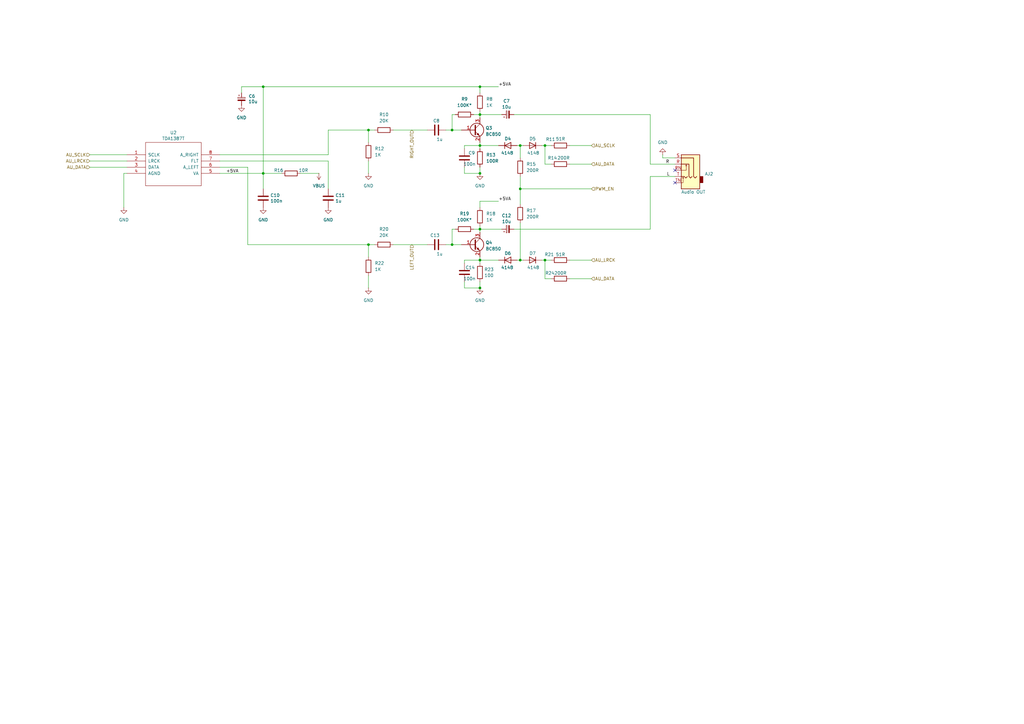
<source format=kicad_sch>
(kicad_sch (version 20231120) (generator "eeschema") (generator_version "8.0")
  (paper "A3")
  (title_block (title "Valera") (date "2025-01-08") (rev "1.0") (company "Mikhail Matveev") (comment 1 "https://github.com/xtremespb/valera"))
  (lib_symbols
    (symbol "Connector_Audio:AudioJack3_SwitchTR"
      (property "Reference" "J" (at 0 8.89 0))
      (property "Value" "AudioJack3_SwitchTR" (at 0 6.35 0))
      (symbol "AudioJack3_SwitchTR_0_1"
        (rectangle (start -5.08 -5.08) (end -6.35 -7.62) (stroke (width 0.254)) (fill (type outline)))
        (polyline (pts (xy 0.508 -0.254) (xy 0.762 -0.762)))
        (polyline (pts (xy 1.778 -5.334) (xy 2.032 -5.842)))
        (polyline (pts (xy 0 -5.08) (xy 0.635 -5.715) (xy 1.27 -5.08) (xy 2.54 -5.08)) (stroke (width 0.254)))
        (polyline (pts (xy 2.54 -7.62) (xy 1.778 -7.62) (xy 1.778 -5.334) (xy 1.524 -5.842)))
        (polyline (pts (xy 2.54 -2.54) (xy 0.508 -2.54) (xy 0.508 -0.254) (xy 0.254 -0.762)))
        (polyline (pts (xy -1.905 -5.08) (xy -1.27 -5.715) (xy -0.635 -5.08) (xy -0.635 0) (xy 2.54 0)) (stroke (width 0.254)))
        (polyline (pts (xy 2.54 2.54) (xy -2.54 2.54) (xy -2.54 -5.08) (xy -3.175 -5.715) (xy -3.81 -5.08)) (stroke (width 0.254)))
        (rectangle (start 2.54 3.81) (end -5.08 -10.16) (stroke (width 0.254)) (fill (type background)))
      )
      (symbol "AudioJack3_SwitchTR_1_1"
        (pin passive line (at 5.08 0 180) (length 2.54) (name "~") (number "R"))
        (pin passive line (at 5.08 -2.54 180) (length 2.54) (name "~") (number "RN"))
        (pin passive line (at 5.08 2.54 180) (length 2.54) (name "~") (number "S"))
        (pin passive line (at 5.08 -5.08 180) (length 2.54) (name "~") (number "T"))
        (pin passive line (at 5.08 -7.62 180) (length 2.54) (name "~") (number "TN"))
      )
    )
    (symbol "D_1" (pin_numbers hide) (pin_names (offset 1.016) hide)
      (property "Reference" "D" (at 0 2.54 0))
      (property "Value" "D" (at 0 -2.54 0))
      (symbol "D_1_0_1"
        (polyline (pts (xy -1.27 1.27) (xy -1.27 -1.27)) (stroke (width 0.254)))
        (polyline (pts (xy 1.27 0) (xy -1.27 0)))
        (polyline (pts (xy 1.27 1.27) (xy 1.27 -1.27) (xy -1.27 0) (xy 1.27 1.27)) (stroke (width 0.254)))
      )
      (symbol "D_1_1_1"
        (pin passive line (at -3.81 0 0) (length 2.54) (name "K") (number "1"))
        (pin passive line (at 3.81 0 180) (length 2.54) (name "A") (number "2"))
      )
    )
    (symbol "D_2" (pin_numbers hide) (pin_names (offset 1.016) hide)
      (property "Reference" "D" (at 0 2.54 0))
      (property "Value" "D" (at 0 -2.54 0))
      (symbol "D_2_0_1"
        (polyline (pts (xy -1.27 1.27) (xy -1.27 -1.27)) (stroke (width 0.254)))
        (polyline (pts (xy 1.27 0) (xy -1.27 0)))
        (polyline (pts (xy 1.27 1.27) (xy 1.27 -1.27) (xy -1.27 0) (xy 1.27 1.27)) (stroke (width 0.254)))
      )
      (symbol "D_2_1_1"
        (pin passive line (at -3.81 0 0) (length 2.54) (name "K") (number "1"))
        (pin passive line (at 3.81 0 180) (length 2.54) (name "A") (number "2"))
      )
    )
    (symbol "D_3" (pin_numbers hide) (pin_names (offset 1.016) hide)
      (property "Reference" "D" (at 0 2.54 0))
      (property "Value" "D" (at 0 -2.54 0))
      (symbol "D_3_0_1"
        (polyline (pts (xy -1.27 1.27) (xy -1.27 -1.27)) (stroke (width 0.254)))
        (polyline (pts (xy 1.27 0) (xy -1.27 0)))
        (polyline (pts (xy 1.27 1.27) (xy 1.27 -1.27) (xy -1.27 0) (xy 1.27 1.27)) (stroke (width 0.254)))
      )
      (symbol "D_3_1_1"
        (pin passive line (at -3.81 0 0) (length 2.54) (name "K") (number "1"))
        (pin passive line (at 3.81 0 180) (length 2.54) (name "A") (number "2"))
      )
    )
    (symbol "Device:C" (pin_numbers hide) (pin_names (offset 0.254))
      (property "Reference" "C" (at 0.635 2.54 0))
      (property "Value" "C" (at 0.635 -2.54 0))
      (symbol "C_0_1"
        (polyline (pts (xy -2.032 -0.762) (xy 2.032 -0.762)) (stroke (width 0.508)))
        (polyline (pts (xy -2.032 0.762) (xy 2.032 0.762)) (stroke (width 0.508)))
      )
      (symbol "C_1_1"
        (pin passive line (at 0 3.81 270) (length 2.794) (name "~") (number "1"))
        (pin passive line (at 0 -3.81 90) (length 2.794) (name "~") (number "2"))
      )
    )
    (symbol "Device:C_Polarized_Small" (pin_numbers hide) (pin_names (offset 0.254) hide)
      (property "Reference" "C" (at 0.254 1.778 0))
      (property "Value" "C_Polarized_Small" (at 0.254 -2.032 0))
      (symbol "C_Polarized_Small_0_1"
        (rectangle (start -1.524 -0.3048) (end 1.524 -0.6858) (fill (type outline)))
        (rectangle (start -1.524 0.6858) (end 1.524 0.3048))
        (polyline (pts (xy -1.27 1.524) (xy -0.762 1.524)))
        (polyline (pts (xy -1.016 1.27) (xy -1.016 1.778)))
      )
      (symbol "C_Polarized_Small_1_1"
        (pin passive line (at 0 2.54 270) (length 1.8542) (name "~") (number "1"))
        (pin passive line (at 0 -2.54 90) (length 1.8542) (name "~") (number "2"))
      )
    )
    (symbol "Device:D" (pin_numbers hide) (pin_names (offset 1.016) hide)
      (property "Reference" "D" (at 0 2.54 0))
      (property "Value" "D" (at 0 -2.54 0))
      (symbol "D_0_1"
        (polyline (pts (xy -1.27 1.27) (xy -1.27 -1.27)) (stroke (width 0.254)))
        (polyline (pts (xy 1.27 0) (xy -1.27 0)))
        (polyline (pts (xy 1.27 1.27) (xy 1.27 -1.27) (xy -1.27 0) (xy 1.27 1.27)) (stroke (width 0.254)))
      )
      (symbol "D_1_1"
        (pin passive line (at -3.81 0 0) (length 2.54) (name "K") (number "1"))
        (pin passive line (at 3.81 0 180) (length 2.54) (name "A") (number "2"))
      )
    )
    (symbol "Device:R" (pin_numbers hide) (pin_names (offset 0))
      (property "Reference" "R" (at 2.032 0 90))
      (property "Value" "R" (at 0 0 90))
      (symbol "R_0_1"
        (rectangle (start -1.016 -2.54) (end 1.016 2.54) (stroke (width 0.254)))
      )
      (symbol "R_1_1"
        (pin passive line (at 0 3.81 270) (length 1.27) (name "~") (number "1"))
        (pin passive line (at 0 -3.81 90) (length 1.27) (name "~") (number "2"))
      )
    )
    (symbol "GND_1" (power) (pin_numbers hide) (pin_names (offset 0) hide)
      (property "Value" "GND" (at 0 -3.81 0))
      (symbol "GND_1_0_1"
        (polyline (pts (xy 0 0) (xy 0 -1.27) (xy 1.27 -1.27) (xy 0 -2.54) (xy -1.27 -1.27) (xy 0 -1.27)))
      )
      (symbol "GND_1_1_1"
        (pin power_in line (at 0 0 270) (length 0) (name "~") (number "1"))
      )
    )
    (symbol "GND_2" (power) (pin_numbers hide) (pin_names (offset 0) hide)
      (property "Value" "GND" (at 0 -3.81 0))
      (symbol "GND_2_0_1"
        (polyline (pts (xy 0 0) (xy 0 -1.27) (xy 1.27 -1.27) (xy 0 -2.54) (xy -1.27 -1.27) (xy 0 -1.27)))
      )
      (symbol "GND_2_1_1"
        (pin power_in line (at 0 0 270) (length 0) (name "~") (number "1"))
      )
    )
    (symbol "TDA1387T:TDA1387T" (pin_names (offset 1.016))
      (property "Reference" "U" (at 0 -2.54 0))
      (property "Value" "TDA1387T" (at 0 2.54 0))
      (symbol "TDA1387T_1_0"
        (rectangle (start -11.43 -8.89) (end 11.43 8.89))
      )
      (symbol "TDA1387T_1_1"
        (pin input line (at -19.05 3.81 0) (length 7.62) (name "SCLK") (number "1"))
        (pin input line (at -19.05 1.27 0) (length 7.62) (name "LRCK") (number "2"))
        (pin input line (at -19.05 -1.27 0) (length 7.62) (name "DATA") (number "3"))
        (pin input line (at -19.05 -3.81 0) (length 7.62) (name "AGND") (number "4"))
        (pin input line (at 19.05 -3.81 180) (length 7.62) (name "VA") (number "5"))
        (pin input line (at 19.05 -1.27 180) (length 7.62) (name "A_LEFT") (number "6"))
        (pin input line (at 19.05 1.27 180) (length 7.62) (name "FLT") (number "7"))
        (pin input line (at 19.05 3.81 180) (length 7.62) (name "A_RIGHT") (number "8"))
      )
    )
    (symbol "Transistor_BJT:BC850" (pin_names (offset 0) hide)
      (property "Reference" "Q" (at 5.08 1.905 0))
      (property "Value" "BC850" (at 5.08 0 0))
      (symbol "BC850_0_1"
        (polyline (pts (xy 0.635 0.635) (xy 2.54 2.54)))
        (polyline (pts (xy 0.635 -0.635) (xy 2.54 -2.54) (xy 2.54 -2.54)))
        (polyline (pts (xy 0.635 1.905) (xy 0.635 -1.905) (xy 0.635 -1.905)) (stroke (width 0.508)))
        (polyline (pts (xy 1.27 -1.778) (xy 1.778 -1.27) (xy 2.286 -2.286) (xy 1.27 -1.778) (xy 1.27 -1.778)) (fill (type outline)))
        (circle (center 1.27 0) (radius 2.8194) (stroke (width 0.254)))
      )
      (symbol "BC850_1_1"
        (pin input line (at -5.08 0 0) (length 5.715) (name "B") (number "1"))
        (pin passive line (at 2.54 -5.08 90) (length 2.54) (name "E") (number "2"))
        (pin passive line (at 2.54 5.08 270) (length 2.54) (name "C") (number "3"))
      )
    )
    (symbol "power:VBUS" (power) (pin_numbers hide) (pin_names (offset 0) hide)
      (property "Value" "VBUS" (at 0 3.556 0))
      (symbol "VBUS_0_1"
        (polyline (pts (xy -0.762 1.27) (xy 0 2.54)))
        (polyline (pts (xy 0 0) (xy 0 2.54)))
        (polyline (pts (xy 0 2.54) (xy 0.762 1.27)))
      )
      (symbol "VBUS_1_1"
        (pin power_in line (at 0 0 90) (length 0) (name "~") (number "1"))
      )
    )
  )
  (junction (at 213.36 59.69))
  (junction (at 196.85 59.69))
  (junction (at 213.36 106.68))
  (junction (at 223.52 106.68))
  (junction (at 151.13 53.34))
  (junction (at 196.85 46.99))
  (junction (at 151.13 100.33))
  (junction (at 196.85 106.68))
  (junction (at 223.52 59.69))
  (junction (at 196.85 93.98))
  (junction (at 107.95 35.56))
  (junction (at 196.85 35.56))
  (junction (at 185.42 100.33))
  (junction (at 107.95 71.12))
  (junction (at 213.36 77.47))
  (junction (at 196.85 118.11))
  (junction (at 196.85 71.12))
  (junction (at 185.42 53.34))
  (no_connect (at 276.86 74.93))
  (no_connect (at 276.86 69.85))
  (wire (pts (xy 210.82 46.99) (xy 266.7 46.99)))
  (wire (pts (xy 196.85 59.69) (xy 196.85 58.42)))
  (wire (pts (xy 196.85 93.98) (xy 196.85 95.25)))
  (wire (pts (xy 226.06 114.3) (xy 223.52 114.3)))
  (wire (pts (xy 196.85 46.99) (xy 205.74 46.99)))
  (wire (pts (xy 182.88 100.33) (xy 185.42 100.33)))
  (wire (pts (xy 50.8 71.12) (xy 50.8 85.09)))
  (wire (pts (xy 266.7 93.98) (xy 266.7 72.39)))
  (wire (pts (xy 196.85 82.55) (xy 204.47 82.55)))
  (wire (pts (xy 151.13 100.33) (xy 153.67 100.33)))
  (wire (pts (xy 36.83 68.58) (xy 52.07 68.58)))
  (wire (pts (xy 182.88 53.34) (xy 185.42 53.34)))
  (wire (pts (xy 190.5 106.68) (xy 196.85 106.68)))
  (wire (pts (xy 101.6 100.33) (xy 101.6 68.58)))
  (wire (pts (xy 213.36 77.47) (xy 213.36 83.82)))
  (wire (pts (xy 212.09 106.68) (xy 213.36 106.68)))
  (wire (pts (xy 214.63 106.68) (xy 213.36 106.68)))
  (wire (pts (xy 196.85 46.99) (xy 196.85 48.26)))
  (wire (pts (xy 107.95 35.56) (xy 107.95 71.12)))
  (wire (pts (xy 233.68 67.31) (xy 242.57 67.31)))
  (wire (pts (xy 222.25 59.69) (xy 223.52 59.69)))
  (wire (pts (xy 222.25 106.68) (xy 223.52 106.68)))
  (wire (pts (xy 50.8 71.12) (xy 52.07 71.12)))
  (wire (pts (xy 233.68 106.68) (xy 242.57 106.68)))
  (wire (pts (xy 151.13 66.04) (xy 151.13 71.12)))
  (wire (pts (xy 223.52 114.3) (xy 223.52 106.68)))
  (wire (pts (xy 214.63 59.69) (xy 213.36 59.69)))
  (wire (pts (xy 36.83 66.04) (xy 52.07 66.04)))
  (wire (pts (xy 185.42 46.99) (xy 185.42 53.34)))
  (wire (pts (xy 107.95 71.12) (xy 107.95 77.47)))
  (wire (pts (xy 161.29 100.33) (xy 175.26 100.33)))
  (wire (pts (xy 223.52 67.31) (xy 223.52 59.69)))
  (wire (pts (xy 213.36 91.44) (xy 213.36 106.68)))
  (wire (pts (xy 151.13 53.34) (xy 151.13 58.42)))
  (wire (pts (xy 276.86 67.31) (xy 266.7 67.31)))
  (wire (pts (xy 186.69 93.98) (xy 185.42 93.98)))
  (wire (pts (xy 161.29 53.34) (xy 175.26 53.34)))
  (wire (pts (xy 196.85 106.68) (xy 196.85 105.41)))
  (wire (pts (xy 233.68 114.3) (xy 242.57 114.3)))
  (wire (pts (xy 194.31 93.98) (xy 196.85 93.98)))
  (wire (pts (xy 266.7 67.31) (xy 266.7 46.99)))
  (wire (pts (xy 185.42 53.34) (xy 189.23 53.34)))
  (wire (pts (xy 196.85 106.68) (xy 196.85 107.95)))
  (wire (pts (xy 107.95 71.12) (xy 115.57 71.12)))
  (wire (pts (xy 196.85 92.71) (xy 196.85 93.98)))
  (wire (pts (xy 223.52 106.68) (xy 226.06 106.68)))
  (wire (pts (xy 276.86 64.77) (xy 271.78 64.77)))
  (wire (pts (xy 212.09 59.69) (xy 213.36 59.69)))
  (wire (pts (xy 134.62 66.04) (xy 134.62 77.47)))
  (wire (pts (xy 185.42 93.98) (xy 185.42 100.33)))
  (wire (pts (xy 101.6 100.33) (xy 151.13 100.33)))
  (wire (pts (xy 90.17 68.58) (xy 101.6 68.58)))
  (wire (pts (xy 190.5 118.11) (xy 196.85 118.11)))
  (wire (pts (xy 213.36 59.69) (xy 213.36 64.77)))
  (wire (pts (xy 194.31 46.99) (xy 196.85 46.99)))
  (wire (pts (xy 226.06 67.31) (xy 223.52 67.31)))
  (wire (pts (xy 196.85 35.56) (xy 107.95 35.56)))
  (wire (pts (xy 151.13 100.33) (xy 151.13 105.41)))
  (wire (pts (xy 134.62 63.5) (xy 134.62 53.34)))
  (wire (pts (xy 190.5 115.57) (xy 190.5 118.11)))
  (wire (pts (xy 213.36 77.47) (xy 242.57 77.47)))
  (wire (pts (xy 266.7 72.39) (xy 276.86 72.39)))
  (wire (pts (xy 151.13 113.03) (xy 151.13 118.11)))
  (wire (pts (xy 190.5 71.12) (xy 196.85 71.12)))
  (wire (pts (xy 185.42 100.33) (xy 189.23 100.33)))
  (wire (pts (xy 204.47 106.68) (xy 196.85 106.68)))
  (wire (pts (xy 99.06 35.56) (xy 107.95 35.56)))
  (wire (pts (xy 190.5 107.95) (xy 190.5 106.68)))
  (wire (pts (xy 90.17 71.12) (xy 107.95 71.12)))
  (wire (pts (xy 190.5 59.69) (xy 196.85 59.69)))
  (wire (pts (xy 186.69 46.99) (xy 185.42 46.99)))
  (wire (pts (xy 90.17 66.04) (xy 134.62 66.04)))
  (wire (pts (xy 196.85 115.57) (xy 196.85 118.11)))
  (wire (pts (xy 36.83 63.5) (xy 52.07 63.5)))
  (wire (pts (xy 204.47 59.69) (xy 196.85 59.69)))
  (wire (pts (xy 196.85 59.69) (xy 196.85 60.96)))
  (wire (pts (xy 196.85 68.58) (xy 196.85 71.12)))
  (wire (pts (xy 123.19 71.12) (xy 130.81 71.12)))
  (wire (pts (xy 151.13 53.34) (xy 153.67 53.34)))
  (wire (pts (xy 196.85 45.72) (xy 196.85 46.99)))
  (wire (pts (xy 271.78 64.77) (xy 271.78 63.5)))
  (wire (pts (xy 190.5 60.96) (xy 190.5 59.69)))
  (wire (pts (xy 196.85 38.1) (xy 196.85 35.56)))
  (wire (pts (xy 190.5 68.58) (xy 190.5 71.12)))
  (wire (pts (xy 134.62 53.34) (xy 151.13 53.34)))
  (wire (pts (xy 196.85 93.98) (xy 205.74 93.98)))
  (wire (pts (xy 90.17 63.5) (xy 134.62 63.5)))
  (wire (pts (xy 210.82 93.98) (xy 266.7 93.98)))
  (wire (pts (xy 213.36 72.39) (xy 213.36 77.47)))
  (wire (pts (xy 223.52 59.69) (xy 226.06 59.69)))
  (wire (pts (xy 99.06 38.1) (xy 99.06 35.56)))
  (wire (pts (xy 233.68 59.69) (xy 242.57 59.69)))
  (wire (pts (xy 196.85 35.56) (xy 204.47 35.56)))
  (wire (pts (xy 196.85 85.09) (xy 196.85 82.55)))
  (label "L" (at 273.4668 72.39 0))
  (label "+5VA" (at 204.47 35.56 0))
  (label "R" (at 273.05 67.31 0))
  (label "+5VA" (at 204.47 82.55 0))
  (label "+5VA" (at 92.71 71.12 0))
  (hierarchical_label "AU_LRCK" (shape input) (at 242.57 106.68 0))
  (hierarchical_label "AU_DATA" (shape input) (at 242.57 114.3 0))
  (hierarchical_label "AU_SCLK" (shape input) (at 36.83 63.5 180))
  (hierarchical_label "AU_DATA" (shape input) (at 242.57 67.31 0))
  (hierarchical_label "AU_LRCK" (shape input) (at 36.83 66.04 180))
  (hierarchical_label "PWM_EN" (shape input) (at 242.57 77.47 0))
  (hierarchical_label "RIGHT_OUT" (shape input) (at 168.91 53.34 270))
  (hierarchical_label "LEFT_OUT" (shape input) (at 168.91 100.33 270))
  (hierarchical_label "AU_SCLK" (shape input) (at 242.57 59.69 0))
  (hierarchical_label "AU_DATA" (shape input) (at 36.83 68.58 180))
  (symbol (lib_name "GND_2") (lib_id "power:GND") (at 196.85 71.12 0) (unit 1)
    (property "Reference" "#PWR021" (effects (hide yes)))
    (property "Value" "GND" (at 196.85 76.2 0))
    (property "Description" "Power symbol creates a global label with name \"GND\" , ground" (effects (hide yes)))
  )
  (symbol (lib_id "Device:R") (at 229.87 106.68 90) (unit 1)
    (property "Reference" "R21" (at 225.298 104.394 90))
    (property "Value" "51R" (at 229.87 104.394 90))
    (property "Footprint" "LIBS:R_0805" (effects (hide yes)))
  )
  (symbol (lib_name "GND_2") (lib_id "power:GND") (at 134.62 85.09 0) (unit 1)
    (property "Reference" "#PWR024" (effects (hide yes)))
    (property "Value" "GND" (at 134.62 90.17 0))
    (property "Description" "Power symbol creates a global label with name \"GND\" , ground" (effects (hide yes)))
  )
  (symbol (lib_id "Device:C") (at 134.62 81.28 0) (unit 1)
    (property "Reference" "C11" (at 137.541 80.1116 0) (effects (justify left)))
    (property "Value" "1u" (at 137.541 82.423 0) (effects (justify left)))
    (property "Footprint" "LIBS:C_0805" (effects (hide yes)))
  )
  (symbol (lib_name "D_2") (lib_id "Device:D") (at 218.44 106.68 0) (mirror y) (unit 1)
    (property "Reference" "D7" (at 218.44 103.886 0))
    (property "Value" "4148" (at 218.694 109.728 0))
    (property "Footprint" "LIBS:D_0805" (effects (hide yes)))
    (property "Description" "Diode" (effects (hide yes)))
    (property "Sim.Device" "D" (effects (hide yes)))
    (property "Sim.Pins" "1=K 2=A" (effects (hide yes)))
  )
  (symbol (lib_id "Transistor_BJT:BC850") (at 194.31 100.33 0) (unit 1)
    (property "Reference" "Q4" (at 199.1614 99.4953 0) (effects (justify left)))
    (property "Value" "BC850" (at 199.1614 102.0322 0) (effects (justify left)))
    (property "Footprint" "LIBS:Q_SOT-23" (effects (hide yes)))
    (property "Datasheet" "http://www.infineon.com/dgdl/Infineon-BC847SERIES_BC848SERIES_BC849SERIES_BC850SERIES-DS-v01_01-en.pdf?fileId=db3a304314dca389011541d4630a1657" (effects (hide yes)))
  )
  (symbol (lib_id "Device:R") (at 229.87 67.31 90) (unit 1)
    (property "Reference" "R14" (at 226.568 64.77 90))
    (property "Value" "200R" (at 231.14 64.77 90))
    (property "Footprint" "LIBS:R_0805" (effects (hide yes)))
  )
  (symbol (lib_id "Device:R") (at 151.13 62.23 0) (unit 1)
    (property "Reference" "R12" (at 153.67 60.9599 0) (effects (justify left)))
    (property "Value" "1K" (at 153.67 63.4999 0) (effects (justify left)))
    (property "Footprint" "LIBS:R_0805" (effects (hide yes)))
  )
  (symbol (lib_id "Device:R") (at 196.85 41.91 0) (unit 1)
    (property "Reference" "R8" (at 199.39 40.6399 0) (effects (justify left)))
    (property "Value" "1K" (at 199.39 43.1799 0) (effects (justify left)))
    (property "Footprint" "LIBS:R_0805" (effects (hide yes)))
  )
  (symbol (lib_name "D_3") (lib_id "Device:D") (at 208.28 59.69 0) (unit 1)
    (property "Reference" "D4" (at 208.28 56.896 0))
    (property "Value" "4148" (at 208.026 62.738 0))
    (property "Footprint" "LIBS:D_0805" (effects (hide yes)))
    (property "Description" "Diode" (effects (hide yes)))
    (property "Sim.Device" "D" (effects (hide yes)))
    (property "Sim.Pins" "1=K 2=A" (effects (hide yes)))
  )
  (symbol (lib_id "Device:C") (at 190.5 111.76 180) (unit 1)
    (property "Reference" "C14" (at 194.818 109.728 0) (effects (justify left)))
    (property "Value" "100n" (at 195.072 114.3 0) (effects (justify left)))
    (property "Footprint" "LIBS:R_0805" (effects (hide yes)))
  )
  (symbol (lib_name "GND_1") (lib_id "power:GND") (at 271.78 63.5 180) (unit 1)
    (property "Reference" "#PWR018" (effects (hide yes)))
    (property "Value" "GND" (at 271.78 58.42 0))
    (property "Description" "Power symbol creates a global label with name \"GND\" , ground" (effects (hide yes)))
  )
  (symbol (lib_id "Device:R") (at 190.5 93.98 90) (unit 1)
    (property "Reference" "R19" (at 190.5 87.63 90))
    (property "Value" "100K*" (at 190.5 90.17 90))
    (property "Footprint" "LIBS:R_0805" (effects (hide yes)))
  )
  (symbol (lib_name "GND_2") (lib_id "power:GND") (at 151.13 71.12 0) (unit 1)
    (property "Reference" "#PWR020" (effects (hide yes)))
    (property "Value" "GND" (at 151.13 76.2 0))
    (property "Description" "Power symbol creates a global label with name \"GND\" , ground" (effects (hide yes)))
  )
  (symbol (lib_id "Transistor_BJT:BC850") (at 194.31 53.34 0) (unit 1)
    (property "Reference" "Q3" (at 199.1614 52.5053 0) (effects (justify left)))
    (property "Value" "BC850" (at 199.1614 55.0422 0) (effects (justify left)))
    (property "Footprint" "LIBS:Q_SOT-23" (effects (hide yes)))
    (property "Datasheet" "http://www.infineon.com/dgdl/Infineon-BC847SERIES_BC848SERIES_BC849SERIES_BC850SERIES-DS-v01_01-en.pdf?fileId=db3a304314dca389011541d4630a1657" (effects (hide yes)))
  )
  (symbol (lib_id "TDA1387T:TDA1387T") (at 71.12 67.31 0) (unit 1)
    (property "Reference" "U2" (at 71.12 54.4025 0))
    (property "Value" "TDA1387T" (at 71.12 56.8268 0))
    (property "Footprint" "LIBS:SO_4x4" (effects (hide yes)))
  )
  (symbol (lib_id "Device:R") (at 229.87 59.69 90) (unit 1)
    (property "Reference" "R11" (at 225.806 57.15 90))
    (property "Value" "51R" (at 229.87 56.9538 90))
    (property "Footprint" "LIBS:R_0805" (effects (hide yes)))
  )
  (symbol (lib_id "Device:C_Polarized_Small") (at 99.06 40.64 0) (unit 1)
    (property "Reference" "C6" (at 101.981 39.4716 0) (effects (justify left)))
    (property "Value" "10u" (at 101.854 41.656 0) (effects (justify left)))
    (property "Footprint" "LIBS:CT_3528" (effects (hide yes)))
    (property "Description" "Polarized capacitor, small symbol" (effects (hide yes)))
  )
  (symbol (lib_name "GND_2") (lib_id "power:GND") (at 107.95 85.09 0) (unit 1)
    (property "Reference" "#PWR023" (effects (hide yes)))
    (property "Value" "GND" (at 107.95 90.17 0))
    (property "Description" "Power symbol creates a global label with name \"GND\" , ground" (effects (hide yes)))
  )
  (symbol (lib_id "Device:D") (at 218.44 59.69 0) (mirror y) (unit 1)
    (property "Reference" "D5" (at 218.44 56.896 0))
    (property "Value" "4148" (at 218.694 62.738 0))
    (property "Footprint" "LIBS:D_0805" (effects (hide yes)))
    (property "Description" "Diode" (effects (hide yes)))
    (property "Sim.Device" "D" (effects (hide yes)))
    (property "Sim.Pins" "1=K 2=A" (effects (hide yes)))
  )
  (symbol (lib_id "Device:R") (at 229.87 114.3 90) (unit 1)
    (property "Reference" "R24" (at 225.552 112.014 90))
    (property "Value" "200R" (at 229.87 112.014 90))
    (property "Footprint" "LIBS:R_0805" (effects (hide yes)))
  )
  (symbol (lib_id "Device:C") (at 179.07 53.34 90) (unit 1)
    (property "Reference" "C8" (at 180.34 49.53 90) (effects (justify left)))
    (property "Value" "1u" (at 181.61 57.15 90) (effects (justify left)))
    (property "Footprint" "LIBS:C_0805" (effects (hide yes)))
  )
  (symbol (lib_id "Device:R") (at 196.85 88.9 0) (unit 1)
    (property "Reference" "R18" (at 199.39 87.6299 0) (effects (justify left)))
    (property "Value" "1K" (at 199.39 90.1699 0) (effects (justify left)))
    (property "Footprint" "LIBS:R_0805" (effects (hide yes)))
  )
  (symbol (lib_id "Device:R") (at 119.38 71.12 90) (unit 1)
    (property "Reference" "R16" (at 114.3 69.85 90))
    (property "Value" "10R" (at 124.46 69.85 90))
    (property "Footprint" "LIBS:R_0805" (effects (hide yes)))
  )
  (symbol (lib_id "Device:R") (at 213.36 68.58 0) (unit 1)
    (property "Reference" "R15" (at 215.9 67.3099 0) (effects (justify left)))
    (property "Value" "200R" (at 215.9 69.8499 0) (effects (justify left)))
    (property "Footprint" "LIBS:R_0805" (effects (hide yes)))
  )
  (symbol (lib_name "GND_2") (lib_id "power:GND") (at 196.85 118.11 0) (unit 1)
    (property "Reference" "#PWR026" (effects (hide yes)))
    (property "Value" "GND" (at 196.85 123.19 0))
    (property "Description" "Power symbol creates a global label with name \"GND\" , ground" (effects (hide yes)))
  )
  (symbol (lib_id "Device:C") (at 107.95 81.28 0) (unit 1)
    (property "Reference" "C10" (at 110.871 80.1116 0) (effects (justify left)))
    (property "Value" "100n" (at 110.871 82.423 0) (effects (justify left)))
    (property "Footprint" "LIBS:C_0805" (effects (hide yes)))
  )
  (symbol (lib_id "Device:R") (at 157.48 53.34 90) (unit 1)
    (property "Reference" "R10" (at 157.48 46.99 90))
    (property "Value" "20K" (at 157.48 49.53 90))
    (property "Footprint" "LIBS:R_0805" (effects (hide yes)))
  )
  (symbol (lib_id "Device:C") (at 190.5 64.77 180) (unit 1)
    (property "Reference" "C9" (at 194.818 62.738 0) (effects (justify left)))
    (property "Value" "100n" (at 195.072 67.31 0) (effects (justify left)))
    (property "Footprint" "LIBS:C_0805" (effects (hide yes)))
  )
  (symbol (lib_id "Device:C") (at 179.07 100.33 90) (unit 1)
    (property "Reference" "C13" (at 180.34 96.52 90) (effects (justify left)))
    (property "Value" "1u" (at 181.61 104.14 90) (effects (justify left)))
    (property "Footprint" "LIBS:R_0805" (effects (hide yes)))
  )
  (symbol (lib_id "Device:C_Polarized_Small") (at 208.28 93.98 90) (unit 1)
    (property "Reference" "C12" (at 207.7339 88.4385 90))
    (property "Value" "10u" (at 207.7339 90.8628 90))
    (property "Footprint" "LIBS:CT_3528" (effects (hide yes)))
  )
  (symbol (lib_id "Device:R") (at 213.36 87.63 0) (unit 1)
    (property "Reference" "R17" (at 215.9 86.3599 0) (effects (justify left)))
    (property "Value" "200R" (at 215.9 88.8999 0) (effects (justify left)))
    (property "Footprint" "LIBS:R_0805" (effects (hide yes)))
  )
  (symbol (lib_id "Device:R") (at 196.85 111.76 0) (unit 1)
    (property "Reference" "R23" (at 198.628 110.5478 0) (effects (justify left)))
    (property "Value" "100" (at 198.628 112.9721 0) (effects (justify left)))
    (property "Footprint" "LIBS:R_0805" (effects (hide yes)))
  )
  (symbol (lib_id "Device:R") (at 157.48 100.33 90) (unit 1)
    (property "Reference" "R20" (at 157.48 93.98 90))
    (property "Value" "20K" (at 157.48 96.52 90))
    (property "Footprint" "LIBS:R_0805" (effects (hide yes)))
  )
  (symbol (lib_id "Device:R") (at 196.85 64.77 0) (unit 1)
    (property "Reference" "R13" (at 199.39 63.4999 0) (effects (justify left)))
    (property "Value" "100R" (at 199.39 66.0399 0) (effects (justify left)))
    (property "Footprint" "LIBS:R_0805" (effects (hide yes)))
  )
  (symbol (lib_id "Device:R") (at 190.5 46.99 90) (unit 1)
    (property "Reference" "R9" (at 190.5 40.64 90))
    (property "Value" "100K*" (at 190.5 43.18 90))
    (property "Footprint" "LIBS:R_0805" (effects (hide yes)))
  )
  (symbol (lib_id "Device:C_Polarized_Small") (at 208.28 46.99 90) (unit 1)
    (property "Reference" "C7" (at 207.7339 41.4485 90))
    (property "Value" "10u" (at 207.7339 43.8728 90))
    (property "Footprint" "LIBS:CT_3528" (effects (hide yes)))
  )
  (symbol (lib_name "GND_2") (lib_id "power:GND") (at 151.13 118.11 0) (unit 1)
    (property "Reference" "#PWR025" (effects (hide yes)))
    (property "Value" "GND" (at 151.13 123.19 0))
    (property "Description" "Power symbol creates a global label with name \"GND\" , ground" (effects (hide yes)))
  )
  (symbol (lib_id "Device:R") (at 151.13 109.22 0) (unit 1)
    (property "Reference" "R22" (at 153.67 107.9499 0) (effects (justify left)))
    (property "Value" "1K" (at 153.67 110.4899 0) (effects (justify left)))
    (property "Footprint" "LIBS:R_0805" (effects (hide yes)))
  )
  (symbol (lib_name "D_1") (lib_id "Device:D") (at 208.28 106.68 0) (unit 1)
    (property "Reference" "D6" (at 208.28 103.886 0))
    (property "Value" "4148" (at 208.026 109.728 0))
    (property "Footprint" "LIBS:D_0805" (effects (hide yes)))
    (property "Description" "Diode" (effects (hide yes)))
    (property "Sim.Device" "D" (effects (hide yes)))
    (property "Sim.Pins" "1=K 2=A" (effects (hide yes)))
  )
  (symbol (lib_id "Connector_Audio:AudioJack3_SwitchTR") (at 281.94 67.31 0) (mirror y) (unit 1)
    (property "Reference" "AJ2" (at 289.0519 71.3197 0) (effects (justify right)))
    (property "Value" "Audio OUT" (at 279.4 78.74 0) (effects (justify right)))
    (property "Footprint" "LIBS:Jack_3.5mm" (effects (hide yes)))
    (property "Description" "Audio Jack, 3 Poles (Stereo / TRS), Switched TR Poles (Normalling)" (effects (hide yes)))
  )
  (symbol (lib_name "GND_2") (lib_id "power:GND") (at 50.8 85.09 0) (unit 1)
    (property "Reference" "#PWR022" (effects (hide yes)))
    (property "Value" "GND" (at 50.8 90.17 0))
    (property "Description" "Power symbol creates a global label with name \"GND\" , ground" (effects (hide yes)))
  )
  (symbol (lib_id "power:VBUS") (at 130.81 71.12 180) (unit 1)
    (property "Reference" "#PWR019" (effects (hide yes)))
    (property "Value" "VBUS" (at 130.81 76.2 0))
    (property "Description" "Power symbol creates a global label with name \"VBUS\"" (effects (hide yes)))
  )
  (symbol (lib_name "GND_2") (lib_id "power:GND") (at 99.06 43.18 0) (unit 1)
    (property "Reference" "#PWR017" (effects (hide yes)))
    (property "Value" "GND" (at 99.06 48.26 0))
    (property "Description" "Power symbol creates a global label with name \"GND\" , ground" (effects (hide yes)))
  )
)
</source>
